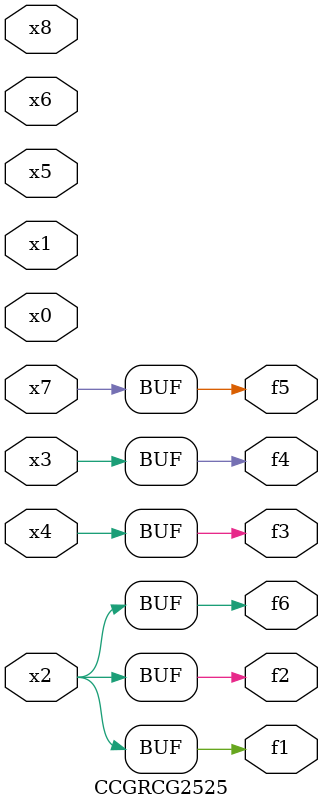
<source format=v>
module CCGRCG2525(
	input x0, x1, x2, x3, x4, x5, x6, x7, x8,
	output f1, f2, f3, f4, f5, f6
);
	assign f1 = x2;
	assign f2 = x2;
	assign f3 = x4;
	assign f4 = x3;
	assign f5 = x7;
	assign f6 = x2;
endmodule

</source>
